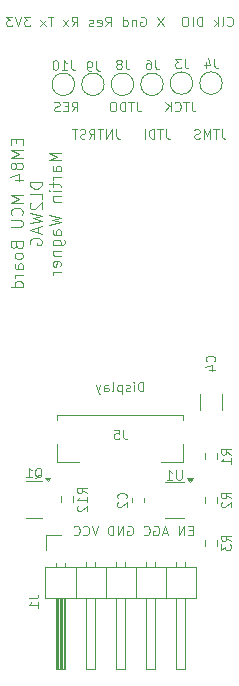
<source format=gbr>
%TF.GenerationSoftware,KiCad,Pcbnew,8.0.7-8.0.7-0~ubuntu22.04.1*%
%TF.CreationDate,2025-01-07T12:13:10+01:00*%
%TF.ProjectId,mcu_board,6d63755f-626f-4617-9264-2e6b69636164,rev?*%
%TF.SameCoordinates,Original*%
%TF.FileFunction,Legend,Bot*%
%TF.FilePolarity,Positive*%
%FSLAX46Y46*%
G04 Gerber Fmt 4.6, Leading zero omitted, Abs format (unit mm)*
G04 Created by KiCad (PCBNEW 8.0.7-8.0.7-0~ubuntu22.04.1) date 2025-01-07 12:13:10*
%MOMM*%
%LPD*%
G01*
G04 APERTURE LIST*
%ADD10C,0.100000*%
%ADD11C,0.120000*%
G04 APERTURE END LIST*
D10*
X159062306Y-52614177D02*
X159101830Y-52653701D01*
X159101830Y-52653701D02*
X159220401Y-52693224D01*
X159220401Y-52693224D02*
X159299449Y-52693224D01*
X159299449Y-52693224D02*
X159418020Y-52653701D01*
X159418020Y-52653701D02*
X159497068Y-52574653D01*
X159497068Y-52574653D02*
X159536591Y-52495605D01*
X159536591Y-52495605D02*
X159576115Y-52337510D01*
X159576115Y-52337510D02*
X159576115Y-52218939D01*
X159576115Y-52218939D02*
X159536591Y-52060843D01*
X159536591Y-52060843D02*
X159497068Y-51981796D01*
X159497068Y-51981796D02*
X159418020Y-51902748D01*
X159418020Y-51902748D02*
X159299449Y-51863224D01*
X159299449Y-51863224D02*
X159220401Y-51863224D01*
X159220401Y-51863224D02*
X159101830Y-51902748D01*
X159101830Y-51902748D02*
X159062306Y-51942272D01*
X158588020Y-52693224D02*
X158667068Y-52653701D01*
X158667068Y-52653701D02*
X158706591Y-52574653D01*
X158706591Y-52574653D02*
X158706591Y-51863224D01*
X158271829Y-52693224D02*
X158271829Y-51863224D01*
X158192782Y-52377034D02*
X157955639Y-52693224D01*
X157955639Y-52139891D02*
X158271829Y-52456081D01*
X156967543Y-52693224D02*
X156967543Y-51863224D01*
X156967543Y-51863224D02*
X156769924Y-51863224D01*
X156769924Y-51863224D02*
X156651353Y-51902748D01*
X156651353Y-51902748D02*
X156572305Y-51981796D01*
X156572305Y-51981796D02*
X156532782Y-52060843D01*
X156532782Y-52060843D02*
X156493258Y-52218939D01*
X156493258Y-52218939D02*
X156493258Y-52337510D01*
X156493258Y-52337510D02*
X156532782Y-52495605D01*
X156532782Y-52495605D02*
X156572305Y-52574653D01*
X156572305Y-52574653D02*
X156651353Y-52653701D01*
X156651353Y-52653701D02*
X156769924Y-52693224D01*
X156769924Y-52693224D02*
X156967543Y-52693224D01*
X156137543Y-52693224D02*
X156137543Y-51863224D01*
X155584210Y-51863224D02*
X155426115Y-51863224D01*
X155426115Y-51863224D02*
X155347067Y-51902748D01*
X155347067Y-51902748D02*
X155268020Y-51981796D01*
X155268020Y-51981796D02*
X155228496Y-52139891D01*
X155228496Y-52139891D02*
X155228496Y-52416558D01*
X155228496Y-52416558D02*
X155268020Y-52574653D01*
X155268020Y-52574653D02*
X155347067Y-52653701D01*
X155347067Y-52653701D02*
X155426115Y-52693224D01*
X155426115Y-52693224D02*
X155584210Y-52693224D01*
X155584210Y-52693224D02*
X155663258Y-52653701D01*
X155663258Y-52653701D02*
X155742305Y-52574653D01*
X155742305Y-52574653D02*
X155781829Y-52416558D01*
X155781829Y-52416558D02*
X155781829Y-52139891D01*
X155781829Y-52139891D02*
X155742305Y-51981796D01*
X155742305Y-51981796D02*
X155663258Y-51902748D01*
X155663258Y-51902748D02*
X155584210Y-51863224D01*
X153687067Y-51863224D02*
X153133734Y-52693224D01*
X153133734Y-51863224D02*
X153687067Y-52693224D01*
X151750401Y-51902748D02*
X151829448Y-51863224D01*
X151829448Y-51863224D02*
X151948020Y-51863224D01*
X151948020Y-51863224D02*
X152066591Y-51902748D01*
X152066591Y-51902748D02*
X152145639Y-51981796D01*
X152145639Y-51981796D02*
X152185162Y-52060843D01*
X152185162Y-52060843D02*
X152224686Y-52218939D01*
X152224686Y-52218939D02*
X152224686Y-52337510D01*
X152224686Y-52337510D02*
X152185162Y-52495605D01*
X152185162Y-52495605D02*
X152145639Y-52574653D01*
X152145639Y-52574653D02*
X152066591Y-52653701D01*
X152066591Y-52653701D02*
X151948020Y-52693224D01*
X151948020Y-52693224D02*
X151868972Y-52693224D01*
X151868972Y-52693224D02*
X151750401Y-52653701D01*
X151750401Y-52653701D02*
X151710877Y-52614177D01*
X151710877Y-52614177D02*
X151710877Y-52337510D01*
X151710877Y-52337510D02*
X151868972Y-52337510D01*
X151355162Y-52139891D02*
X151355162Y-52693224D01*
X151355162Y-52218939D02*
X151315639Y-52179415D01*
X151315639Y-52179415D02*
X151236591Y-52139891D01*
X151236591Y-52139891D02*
X151118020Y-52139891D01*
X151118020Y-52139891D02*
X151038972Y-52179415D01*
X151038972Y-52179415D02*
X150999448Y-52258462D01*
X150999448Y-52258462D02*
X150999448Y-52693224D01*
X150248496Y-52693224D02*
X150248496Y-51863224D01*
X150248496Y-52653701D02*
X150327544Y-52693224D01*
X150327544Y-52693224D02*
X150485639Y-52693224D01*
X150485639Y-52693224D02*
X150564687Y-52653701D01*
X150564687Y-52653701D02*
X150604210Y-52614177D01*
X150604210Y-52614177D02*
X150643734Y-52535129D01*
X150643734Y-52535129D02*
X150643734Y-52297986D01*
X150643734Y-52297986D02*
X150604210Y-52218939D01*
X150604210Y-52218939D02*
X150564687Y-52179415D01*
X150564687Y-52179415D02*
X150485639Y-52139891D01*
X150485639Y-52139891D02*
X150327544Y-52139891D01*
X150327544Y-52139891D02*
X150248496Y-52179415D01*
X148746592Y-52693224D02*
X149023258Y-52297986D01*
X149220877Y-52693224D02*
X149220877Y-51863224D01*
X149220877Y-51863224D02*
X148904687Y-51863224D01*
X148904687Y-51863224D02*
X148825639Y-51902748D01*
X148825639Y-51902748D02*
X148786116Y-51942272D01*
X148786116Y-51942272D02*
X148746592Y-52021320D01*
X148746592Y-52021320D02*
X148746592Y-52139891D01*
X148746592Y-52139891D02*
X148786116Y-52218939D01*
X148786116Y-52218939D02*
X148825639Y-52258462D01*
X148825639Y-52258462D02*
X148904687Y-52297986D01*
X148904687Y-52297986D02*
X149220877Y-52297986D01*
X148074687Y-52653701D02*
X148153735Y-52693224D01*
X148153735Y-52693224D02*
X148311830Y-52693224D01*
X148311830Y-52693224D02*
X148390877Y-52653701D01*
X148390877Y-52653701D02*
X148430401Y-52574653D01*
X148430401Y-52574653D02*
X148430401Y-52258462D01*
X148430401Y-52258462D02*
X148390877Y-52179415D01*
X148390877Y-52179415D02*
X148311830Y-52139891D01*
X148311830Y-52139891D02*
X148153735Y-52139891D01*
X148153735Y-52139891D02*
X148074687Y-52179415D01*
X148074687Y-52179415D02*
X148035163Y-52258462D01*
X148035163Y-52258462D02*
X148035163Y-52337510D01*
X148035163Y-52337510D02*
X148430401Y-52416558D01*
X147718972Y-52653701D02*
X147639925Y-52693224D01*
X147639925Y-52693224D02*
X147481829Y-52693224D01*
X147481829Y-52693224D02*
X147402782Y-52653701D01*
X147402782Y-52653701D02*
X147363258Y-52574653D01*
X147363258Y-52574653D02*
X147363258Y-52535129D01*
X147363258Y-52535129D02*
X147402782Y-52456081D01*
X147402782Y-52456081D02*
X147481829Y-52416558D01*
X147481829Y-52416558D02*
X147600401Y-52416558D01*
X147600401Y-52416558D02*
X147679448Y-52377034D01*
X147679448Y-52377034D02*
X147718972Y-52297986D01*
X147718972Y-52297986D02*
X147718972Y-52258462D01*
X147718972Y-52258462D02*
X147679448Y-52179415D01*
X147679448Y-52179415D02*
X147600401Y-52139891D01*
X147600401Y-52139891D02*
X147481829Y-52139891D01*
X147481829Y-52139891D02*
X147402782Y-52179415D01*
X145900877Y-52693224D02*
X146177543Y-52297986D01*
X146375162Y-52693224D02*
X146375162Y-51863224D01*
X146375162Y-51863224D02*
X146058972Y-51863224D01*
X146058972Y-51863224D02*
X145979924Y-51902748D01*
X145979924Y-51902748D02*
X145940401Y-51942272D01*
X145940401Y-51942272D02*
X145900877Y-52021320D01*
X145900877Y-52021320D02*
X145900877Y-52139891D01*
X145900877Y-52139891D02*
X145940401Y-52218939D01*
X145940401Y-52218939D02*
X145979924Y-52258462D01*
X145979924Y-52258462D02*
X146058972Y-52297986D01*
X146058972Y-52297986D02*
X146375162Y-52297986D01*
X145624210Y-52693224D02*
X145189448Y-52139891D01*
X145624210Y-52139891D02*
X145189448Y-52693224D01*
X144359448Y-51863224D02*
X143885162Y-51863224D01*
X144122305Y-52693224D02*
X144122305Y-51863224D01*
X143687543Y-52693224D02*
X143252781Y-52139891D01*
X143687543Y-52139891D02*
X143252781Y-52693224D01*
X142383257Y-51863224D02*
X141869448Y-51863224D01*
X141869448Y-51863224D02*
X142146114Y-52179415D01*
X142146114Y-52179415D02*
X142027543Y-52179415D01*
X142027543Y-52179415D02*
X141948495Y-52218939D01*
X141948495Y-52218939D02*
X141908971Y-52258462D01*
X141908971Y-52258462D02*
X141869448Y-52337510D01*
X141869448Y-52337510D02*
X141869448Y-52535129D01*
X141869448Y-52535129D02*
X141908971Y-52614177D01*
X141908971Y-52614177D02*
X141948495Y-52653701D01*
X141948495Y-52653701D02*
X142027543Y-52693224D01*
X142027543Y-52693224D02*
X142264686Y-52693224D01*
X142264686Y-52693224D02*
X142343733Y-52653701D01*
X142343733Y-52653701D02*
X142383257Y-52614177D01*
X141632305Y-51863224D02*
X141355638Y-52693224D01*
X141355638Y-52693224D02*
X141078972Y-51863224D01*
X140881352Y-51863224D02*
X140367543Y-51863224D01*
X140367543Y-51863224D02*
X140644209Y-52179415D01*
X140644209Y-52179415D02*
X140525638Y-52179415D01*
X140525638Y-52179415D02*
X140446590Y-52218939D01*
X140446590Y-52218939D02*
X140407066Y-52258462D01*
X140407066Y-52258462D02*
X140367543Y-52337510D01*
X140367543Y-52337510D02*
X140367543Y-52535129D01*
X140367543Y-52535129D02*
X140407066Y-52614177D01*
X140407066Y-52614177D02*
X140446590Y-52653701D01*
X140446590Y-52653701D02*
X140525638Y-52693224D01*
X140525638Y-52693224D02*
X140762781Y-52693224D01*
X140762781Y-52693224D02*
X140841828Y-52653701D01*
X140841828Y-52653701D02*
X140881352Y-52614177D01*
X141228721Y-62238095D02*
X141228721Y-62571428D01*
X141752531Y-62714285D02*
X141752531Y-62238095D01*
X141752531Y-62238095D02*
X140752531Y-62238095D01*
X140752531Y-62238095D02*
X140752531Y-62714285D01*
X141752531Y-63142857D02*
X140752531Y-63142857D01*
X140752531Y-63142857D02*
X141466816Y-63476190D01*
X141466816Y-63476190D02*
X140752531Y-63809523D01*
X140752531Y-63809523D02*
X141752531Y-63809523D01*
X141181102Y-64428571D02*
X141133483Y-64333333D01*
X141133483Y-64333333D02*
X141085864Y-64285714D01*
X141085864Y-64285714D02*
X140990626Y-64238095D01*
X140990626Y-64238095D02*
X140943007Y-64238095D01*
X140943007Y-64238095D02*
X140847769Y-64285714D01*
X140847769Y-64285714D02*
X140800150Y-64333333D01*
X140800150Y-64333333D02*
X140752531Y-64428571D01*
X140752531Y-64428571D02*
X140752531Y-64619047D01*
X140752531Y-64619047D02*
X140800150Y-64714285D01*
X140800150Y-64714285D02*
X140847769Y-64761904D01*
X140847769Y-64761904D02*
X140943007Y-64809523D01*
X140943007Y-64809523D02*
X140990626Y-64809523D01*
X140990626Y-64809523D02*
X141085864Y-64761904D01*
X141085864Y-64761904D02*
X141133483Y-64714285D01*
X141133483Y-64714285D02*
X141181102Y-64619047D01*
X141181102Y-64619047D02*
X141181102Y-64428571D01*
X141181102Y-64428571D02*
X141228721Y-64333333D01*
X141228721Y-64333333D02*
X141276340Y-64285714D01*
X141276340Y-64285714D02*
X141371578Y-64238095D01*
X141371578Y-64238095D02*
X141562054Y-64238095D01*
X141562054Y-64238095D02*
X141657292Y-64285714D01*
X141657292Y-64285714D02*
X141704912Y-64333333D01*
X141704912Y-64333333D02*
X141752531Y-64428571D01*
X141752531Y-64428571D02*
X141752531Y-64619047D01*
X141752531Y-64619047D02*
X141704912Y-64714285D01*
X141704912Y-64714285D02*
X141657292Y-64761904D01*
X141657292Y-64761904D02*
X141562054Y-64809523D01*
X141562054Y-64809523D02*
X141371578Y-64809523D01*
X141371578Y-64809523D02*
X141276340Y-64761904D01*
X141276340Y-64761904D02*
X141228721Y-64714285D01*
X141228721Y-64714285D02*
X141181102Y-64619047D01*
X141085864Y-65666666D02*
X141752531Y-65666666D01*
X140704912Y-65428571D02*
X141419197Y-65190476D01*
X141419197Y-65190476D02*
X141419197Y-65809523D01*
X141752531Y-66952381D02*
X140752531Y-66952381D01*
X140752531Y-66952381D02*
X141466816Y-67285714D01*
X141466816Y-67285714D02*
X140752531Y-67619047D01*
X140752531Y-67619047D02*
X141752531Y-67619047D01*
X141657292Y-68666666D02*
X141704912Y-68619047D01*
X141704912Y-68619047D02*
X141752531Y-68476190D01*
X141752531Y-68476190D02*
X141752531Y-68380952D01*
X141752531Y-68380952D02*
X141704912Y-68238095D01*
X141704912Y-68238095D02*
X141609673Y-68142857D01*
X141609673Y-68142857D02*
X141514435Y-68095238D01*
X141514435Y-68095238D02*
X141323959Y-68047619D01*
X141323959Y-68047619D02*
X141181102Y-68047619D01*
X141181102Y-68047619D02*
X140990626Y-68095238D01*
X140990626Y-68095238D02*
X140895388Y-68142857D01*
X140895388Y-68142857D02*
X140800150Y-68238095D01*
X140800150Y-68238095D02*
X140752531Y-68380952D01*
X140752531Y-68380952D02*
X140752531Y-68476190D01*
X140752531Y-68476190D02*
X140800150Y-68619047D01*
X140800150Y-68619047D02*
X140847769Y-68666666D01*
X140752531Y-69095238D02*
X141562054Y-69095238D01*
X141562054Y-69095238D02*
X141657292Y-69142857D01*
X141657292Y-69142857D02*
X141704912Y-69190476D01*
X141704912Y-69190476D02*
X141752531Y-69285714D01*
X141752531Y-69285714D02*
X141752531Y-69476190D01*
X141752531Y-69476190D02*
X141704912Y-69571428D01*
X141704912Y-69571428D02*
X141657292Y-69619047D01*
X141657292Y-69619047D02*
X141562054Y-69666666D01*
X141562054Y-69666666D02*
X140752531Y-69666666D01*
X141228721Y-71238095D02*
X141276340Y-71380952D01*
X141276340Y-71380952D02*
X141323959Y-71428571D01*
X141323959Y-71428571D02*
X141419197Y-71476190D01*
X141419197Y-71476190D02*
X141562054Y-71476190D01*
X141562054Y-71476190D02*
X141657292Y-71428571D01*
X141657292Y-71428571D02*
X141704912Y-71380952D01*
X141704912Y-71380952D02*
X141752531Y-71285714D01*
X141752531Y-71285714D02*
X141752531Y-70904762D01*
X141752531Y-70904762D02*
X140752531Y-70904762D01*
X140752531Y-70904762D02*
X140752531Y-71238095D01*
X140752531Y-71238095D02*
X140800150Y-71333333D01*
X140800150Y-71333333D02*
X140847769Y-71380952D01*
X140847769Y-71380952D02*
X140943007Y-71428571D01*
X140943007Y-71428571D02*
X141038245Y-71428571D01*
X141038245Y-71428571D02*
X141133483Y-71380952D01*
X141133483Y-71380952D02*
X141181102Y-71333333D01*
X141181102Y-71333333D02*
X141228721Y-71238095D01*
X141228721Y-71238095D02*
X141228721Y-70904762D01*
X141752531Y-72047619D02*
X141704912Y-71952381D01*
X141704912Y-71952381D02*
X141657292Y-71904762D01*
X141657292Y-71904762D02*
X141562054Y-71857143D01*
X141562054Y-71857143D02*
X141276340Y-71857143D01*
X141276340Y-71857143D02*
X141181102Y-71904762D01*
X141181102Y-71904762D02*
X141133483Y-71952381D01*
X141133483Y-71952381D02*
X141085864Y-72047619D01*
X141085864Y-72047619D02*
X141085864Y-72190476D01*
X141085864Y-72190476D02*
X141133483Y-72285714D01*
X141133483Y-72285714D02*
X141181102Y-72333333D01*
X141181102Y-72333333D02*
X141276340Y-72380952D01*
X141276340Y-72380952D02*
X141562054Y-72380952D01*
X141562054Y-72380952D02*
X141657292Y-72333333D01*
X141657292Y-72333333D02*
X141704912Y-72285714D01*
X141704912Y-72285714D02*
X141752531Y-72190476D01*
X141752531Y-72190476D02*
X141752531Y-72047619D01*
X141752531Y-73238095D02*
X141228721Y-73238095D01*
X141228721Y-73238095D02*
X141133483Y-73190476D01*
X141133483Y-73190476D02*
X141085864Y-73095238D01*
X141085864Y-73095238D02*
X141085864Y-72904762D01*
X141085864Y-72904762D02*
X141133483Y-72809524D01*
X141704912Y-73238095D02*
X141752531Y-73142857D01*
X141752531Y-73142857D02*
X141752531Y-72904762D01*
X141752531Y-72904762D02*
X141704912Y-72809524D01*
X141704912Y-72809524D02*
X141609673Y-72761905D01*
X141609673Y-72761905D02*
X141514435Y-72761905D01*
X141514435Y-72761905D02*
X141419197Y-72809524D01*
X141419197Y-72809524D02*
X141371578Y-72904762D01*
X141371578Y-72904762D02*
X141371578Y-73142857D01*
X141371578Y-73142857D02*
X141323959Y-73238095D01*
X141752531Y-73714286D02*
X141085864Y-73714286D01*
X141276340Y-73714286D02*
X141181102Y-73761905D01*
X141181102Y-73761905D02*
X141133483Y-73809524D01*
X141133483Y-73809524D02*
X141085864Y-73904762D01*
X141085864Y-73904762D02*
X141085864Y-74000000D01*
X141752531Y-74761905D02*
X140752531Y-74761905D01*
X141704912Y-74761905D02*
X141752531Y-74666667D01*
X141752531Y-74666667D02*
X141752531Y-74476191D01*
X141752531Y-74476191D02*
X141704912Y-74380953D01*
X141704912Y-74380953D02*
X141657292Y-74333334D01*
X141657292Y-74333334D02*
X141562054Y-74285715D01*
X141562054Y-74285715D02*
X141276340Y-74285715D01*
X141276340Y-74285715D02*
X141181102Y-74333334D01*
X141181102Y-74333334D02*
X141133483Y-74380953D01*
X141133483Y-74380953D02*
X141085864Y-74476191D01*
X141085864Y-74476191D02*
X141085864Y-74666667D01*
X141085864Y-74666667D02*
X141133483Y-74761905D01*
X143362475Y-65857143D02*
X142362475Y-65857143D01*
X142362475Y-65857143D02*
X142362475Y-66095238D01*
X142362475Y-66095238D02*
X142410094Y-66238095D01*
X142410094Y-66238095D02*
X142505332Y-66333333D01*
X142505332Y-66333333D02*
X142600570Y-66380952D01*
X142600570Y-66380952D02*
X142791046Y-66428571D01*
X142791046Y-66428571D02*
X142933903Y-66428571D01*
X142933903Y-66428571D02*
X143124379Y-66380952D01*
X143124379Y-66380952D02*
X143219617Y-66333333D01*
X143219617Y-66333333D02*
X143314856Y-66238095D01*
X143314856Y-66238095D02*
X143362475Y-66095238D01*
X143362475Y-66095238D02*
X143362475Y-65857143D01*
X143362475Y-67333333D02*
X143362475Y-66857143D01*
X143362475Y-66857143D02*
X142362475Y-66857143D01*
X142457713Y-67619048D02*
X142410094Y-67666667D01*
X142410094Y-67666667D02*
X142362475Y-67761905D01*
X142362475Y-67761905D02*
X142362475Y-68000000D01*
X142362475Y-68000000D02*
X142410094Y-68095238D01*
X142410094Y-68095238D02*
X142457713Y-68142857D01*
X142457713Y-68142857D02*
X142552951Y-68190476D01*
X142552951Y-68190476D02*
X142648189Y-68190476D01*
X142648189Y-68190476D02*
X142791046Y-68142857D01*
X142791046Y-68142857D02*
X143362475Y-67571429D01*
X143362475Y-67571429D02*
X143362475Y-68190476D01*
X142362475Y-68523810D02*
X143362475Y-68761905D01*
X143362475Y-68761905D02*
X142648189Y-68952381D01*
X142648189Y-68952381D02*
X143362475Y-69142857D01*
X143362475Y-69142857D02*
X142362475Y-69380953D01*
X143076760Y-69714286D02*
X143076760Y-70190476D01*
X143362475Y-69619048D02*
X142362475Y-69952381D01*
X142362475Y-69952381D02*
X143362475Y-70285714D01*
X142410094Y-71142857D02*
X142362475Y-71047619D01*
X142362475Y-71047619D02*
X142362475Y-70904762D01*
X142362475Y-70904762D02*
X142410094Y-70761905D01*
X142410094Y-70761905D02*
X142505332Y-70666667D01*
X142505332Y-70666667D02*
X142600570Y-70619048D01*
X142600570Y-70619048D02*
X142791046Y-70571429D01*
X142791046Y-70571429D02*
X142933903Y-70571429D01*
X142933903Y-70571429D02*
X143124379Y-70619048D01*
X143124379Y-70619048D02*
X143219617Y-70666667D01*
X143219617Y-70666667D02*
X143314856Y-70761905D01*
X143314856Y-70761905D02*
X143362475Y-70904762D01*
X143362475Y-70904762D02*
X143362475Y-71000000D01*
X143362475Y-71000000D02*
X143314856Y-71142857D01*
X143314856Y-71142857D02*
X143267236Y-71190476D01*
X143267236Y-71190476D02*
X142933903Y-71190476D01*
X142933903Y-71190476D02*
X142933903Y-71000000D01*
X144972419Y-63380952D02*
X143972419Y-63380952D01*
X143972419Y-63380952D02*
X144686704Y-63714285D01*
X144686704Y-63714285D02*
X143972419Y-64047618D01*
X143972419Y-64047618D02*
X144972419Y-64047618D01*
X144972419Y-64952380D02*
X144448609Y-64952380D01*
X144448609Y-64952380D02*
X144353371Y-64904761D01*
X144353371Y-64904761D02*
X144305752Y-64809523D01*
X144305752Y-64809523D02*
X144305752Y-64619047D01*
X144305752Y-64619047D02*
X144353371Y-64523809D01*
X144924800Y-64952380D02*
X144972419Y-64857142D01*
X144972419Y-64857142D02*
X144972419Y-64619047D01*
X144972419Y-64619047D02*
X144924800Y-64523809D01*
X144924800Y-64523809D02*
X144829561Y-64476190D01*
X144829561Y-64476190D02*
X144734323Y-64476190D01*
X144734323Y-64476190D02*
X144639085Y-64523809D01*
X144639085Y-64523809D02*
X144591466Y-64619047D01*
X144591466Y-64619047D02*
X144591466Y-64857142D01*
X144591466Y-64857142D02*
X144543847Y-64952380D01*
X144972419Y-65428571D02*
X144305752Y-65428571D01*
X144496228Y-65428571D02*
X144400990Y-65476190D01*
X144400990Y-65476190D02*
X144353371Y-65523809D01*
X144353371Y-65523809D02*
X144305752Y-65619047D01*
X144305752Y-65619047D02*
X144305752Y-65714285D01*
X144305752Y-65904762D02*
X144305752Y-66285714D01*
X143972419Y-66047619D02*
X144829561Y-66047619D01*
X144829561Y-66047619D02*
X144924800Y-66095238D01*
X144924800Y-66095238D02*
X144972419Y-66190476D01*
X144972419Y-66190476D02*
X144972419Y-66285714D01*
X144972419Y-66619048D02*
X144305752Y-66619048D01*
X143972419Y-66619048D02*
X144020038Y-66571429D01*
X144020038Y-66571429D02*
X144067657Y-66619048D01*
X144067657Y-66619048D02*
X144020038Y-66666667D01*
X144020038Y-66666667D02*
X143972419Y-66619048D01*
X143972419Y-66619048D02*
X144067657Y-66619048D01*
X144305752Y-67095238D02*
X144972419Y-67095238D01*
X144400990Y-67095238D02*
X144353371Y-67142857D01*
X144353371Y-67142857D02*
X144305752Y-67238095D01*
X144305752Y-67238095D02*
X144305752Y-67380952D01*
X144305752Y-67380952D02*
X144353371Y-67476190D01*
X144353371Y-67476190D02*
X144448609Y-67523809D01*
X144448609Y-67523809D02*
X144972419Y-67523809D01*
X143972419Y-68666667D02*
X144972419Y-68904762D01*
X144972419Y-68904762D02*
X144258133Y-69095238D01*
X144258133Y-69095238D02*
X144972419Y-69285714D01*
X144972419Y-69285714D02*
X143972419Y-69523810D01*
X144972419Y-70333333D02*
X144448609Y-70333333D01*
X144448609Y-70333333D02*
X144353371Y-70285714D01*
X144353371Y-70285714D02*
X144305752Y-70190476D01*
X144305752Y-70190476D02*
X144305752Y-70000000D01*
X144305752Y-70000000D02*
X144353371Y-69904762D01*
X144924800Y-70333333D02*
X144972419Y-70238095D01*
X144972419Y-70238095D02*
X144972419Y-70000000D01*
X144972419Y-70000000D02*
X144924800Y-69904762D01*
X144924800Y-69904762D02*
X144829561Y-69857143D01*
X144829561Y-69857143D02*
X144734323Y-69857143D01*
X144734323Y-69857143D02*
X144639085Y-69904762D01*
X144639085Y-69904762D02*
X144591466Y-70000000D01*
X144591466Y-70000000D02*
X144591466Y-70238095D01*
X144591466Y-70238095D02*
X144543847Y-70333333D01*
X144305752Y-71238095D02*
X145115276Y-71238095D01*
X145115276Y-71238095D02*
X145210514Y-71190476D01*
X145210514Y-71190476D02*
X145258133Y-71142857D01*
X145258133Y-71142857D02*
X145305752Y-71047619D01*
X145305752Y-71047619D02*
X145305752Y-70904762D01*
X145305752Y-70904762D02*
X145258133Y-70809524D01*
X144924800Y-71238095D02*
X144972419Y-71142857D01*
X144972419Y-71142857D02*
X144972419Y-70952381D01*
X144972419Y-70952381D02*
X144924800Y-70857143D01*
X144924800Y-70857143D02*
X144877180Y-70809524D01*
X144877180Y-70809524D02*
X144781942Y-70761905D01*
X144781942Y-70761905D02*
X144496228Y-70761905D01*
X144496228Y-70761905D02*
X144400990Y-70809524D01*
X144400990Y-70809524D02*
X144353371Y-70857143D01*
X144353371Y-70857143D02*
X144305752Y-70952381D01*
X144305752Y-70952381D02*
X144305752Y-71142857D01*
X144305752Y-71142857D02*
X144353371Y-71238095D01*
X144305752Y-71714286D02*
X144972419Y-71714286D01*
X144400990Y-71714286D02*
X144353371Y-71761905D01*
X144353371Y-71761905D02*
X144305752Y-71857143D01*
X144305752Y-71857143D02*
X144305752Y-72000000D01*
X144305752Y-72000000D02*
X144353371Y-72095238D01*
X144353371Y-72095238D02*
X144448609Y-72142857D01*
X144448609Y-72142857D02*
X144972419Y-72142857D01*
X144924800Y-73000000D02*
X144972419Y-72904762D01*
X144972419Y-72904762D02*
X144972419Y-72714286D01*
X144972419Y-72714286D02*
X144924800Y-72619048D01*
X144924800Y-72619048D02*
X144829561Y-72571429D01*
X144829561Y-72571429D02*
X144448609Y-72571429D01*
X144448609Y-72571429D02*
X144353371Y-72619048D01*
X144353371Y-72619048D02*
X144305752Y-72714286D01*
X144305752Y-72714286D02*
X144305752Y-72904762D01*
X144305752Y-72904762D02*
X144353371Y-73000000D01*
X144353371Y-73000000D02*
X144448609Y-73047619D01*
X144448609Y-73047619D02*
X144543847Y-73047619D01*
X144543847Y-73047619D02*
X144639085Y-72571429D01*
X144972419Y-73476191D02*
X144305752Y-73476191D01*
X144496228Y-73476191D02*
X144400990Y-73523810D01*
X144400990Y-73523810D02*
X144353371Y-73571429D01*
X144353371Y-73571429D02*
X144305752Y-73666667D01*
X144305752Y-73666667D02*
X144305752Y-73761905D01*
X156077067Y-59096895D02*
X156077067Y-59668323D01*
X156077067Y-59668323D02*
X156115162Y-59782609D01*
X156115162Y-59782609D02*
X156191353Y-59858800D01*
X156191353Y-59858800D02*
X156305638Y-59896895D01*
X156305638Y-59896895D02*
X156381829Y-59896895D01*
X155810400Y-59096895D02*
X155353257Y-59096895D01*
X155581829Y-59896895D02*
X155581829Y-59096895D01*
X154629447Y-59820704D02*
X154667543Y-59858800D01*
X154667543Y-59858800D02*
X154781828Y-59896895D01*
X154781828Y-59896895D02*
X154858019Y-59896895D01*
X154858019Y-59896895D02*
X154972305Y-59858800D01*
X154972305Y-59858800D02*
X155048495Y-59782609D01*
X155048495Y-59782609D02*
X155086590Y-59706419D01*
X155086590Y-59706419D02*
X155124686Y-59554038D01*
X155124686Y-59554038D02*
X155124686Y-59439752D01*
X155124686Y-59439752D02*
X155086590Y-59287371D01*
X155086590Y-59287371D02*
X155048495Y-59211180D01*
X155048495Y-59211180D02*
X154972305Y-59134990D01*
X154972305Y-59134990D02*
X154858019Y-59096895D01*
X154858019Y-59096895D02*
X154781828Y-59096895D01*
X154781828Y-59096895D02*
X154667543Y-59134990D01*
X154667543Y-59134990D02*
X154629447Y-59173085D01*
X154286590Y-59896895D02*
X154286590Y-59096895D01*
X153829447Y-59896895D02*
X154172305Y-59439752D01*
X153829447Y-59096895D02*
X154286590Y-59554038D01*
X151429447Y-59096895D02*
X151429447Y-59668323D01*
X151429447Y-59668323D02*
X151467542Y-59782609D01*
X151467542Y-59782609D02*
X151543733Y-59858800D01*
X151543733Y-59858800D02*
X151658018Y-59896895D01*
X151658018Y-59896895D02*
X151734209Y-59896895D01*
X151162780Y-59096895D02*
X150705637Y-59096895D01*
X150934209Y-59896895D02*
X150934209Y-59096895D01*
X150438970Y-59896895D02*
X150438970Y-59096895D01*
X150438970Y-59096895D02*
X150248494Y-59096895D01*
X150248494Y-59096895D02*
X150134208Y-59134990D01*
X150134208Y-59134990D02*
X150058018Y-59211180D01*
X150058018Y-59211180D02*
X150019923Y-59287371D01*
X150019923Y-59287371D02*
X149981827Y-59439752D01*
X149981827Y-59439752D02*
X149981827Y-59554038D01*
X149981827Y-59554038D02*
X150019923Y-59706419D01*
X150019923Y-59706419D02*
X150058018Y-59782609D01*
X150058018Y-59782609D02*
X150134208Y-59858800D01*
X150134208Y-59858800D02*
X150248494Y-59896895D01*
X150248494Y-59896895D02*
X150438970Y-59896895D01*
X149486589Y-59096895D02*
X149334208Y-59096895D01*
X149334208Y-59096895D02*
X149258018Y-59134990D01*
X149258018Y-59134990D02*
X149181827Y-59211180D01*
X149181827Y-59211180D02*
X149143732Y-59363561D01*
X149143732Y-59363561D02*
X149143732Y-59630228D01*
X149143732Y-59630228D02*
X149181827Y-59782609D01*
X149181827Y-59782609D02*
X149258018Y-59858800D01*
X149258018Y-59858800D02*
X149334208Y-59896895D01*
X149334208Y-59896895D02*
X149486589Y-59896895D01*
X149486589Y-59896895D02*
X149562780Y-59858800D01*
X149562780Y-59858800D02*
X149638970Y-59782609D01*
X149638970Y-59782609D02*
X149677066Y-59630228D01*
X149677066Y-59630228D02*
X149677066Y-59363561D01*
X149677066Y-59363561D02*
X149638970Y-59211180D01*
X149638970Y-59211180D02*
X149562780Y-59134990D01*
X149562780Y-59134990D02*
X149486589Y-59096895D01*
X145905636Y-59896895D02*
X146172303Y-59515942D01*
X146362779Y-59896895D02*
X146362779Y-59096895D01*
X146362779Y-59096895D02*
X146058017Y-59096895D01*
X146058017Y-59096895D02*
X145981827Y-59134990D01*
X145981827Y-59134990D02*
X145943732Y-59173085D01*
X145943732Y-59173085D02*
X145905636Y-59249276D01*
X145905636Y-59249276D02*
X145905636Y-59363561D01*
X145905636Y-59363561D02*
X145943732Y-59439752D01*
X145943732Y-59439752D02*
X145981827Y-59477847D01*
X145981827Y-59477847D02*
X146058017Y-59515942D01*
X146058017Y-59515942D02*
X146362779Y-59515942D01*
X145562779Y-59477847D02*
X145296113Y-59477847D01*
X145181827Y-59896895D02*
X145562779Y-59896895D01*
X145562779Y-59896895D02*
X145562779Y-59096895D01*
X145562779Y-59096895D02*
X145181827Y-59096895D01*
X144877065Y-59858800D02*
X144762779Y-59896895D01*
X144762779Y-59896895D02*
X144572303Y-59896895D01*
X144572303Y-59896895D02*
X144496112Y-59858800D01*
X144496112Y-59858800D02*
X144458017Y-59820704D01*
X144458017Y-59820704D02*
X144419922Y-59744514D01*
X144419922Y-59744514D02*
X144419922Y-59668323D01*
X144419922Y-59668323D02*
X144458017Y-59592133D01*
X144458017Y-59592133D02*
X144496112Y-59554038D01*
X144496112Y-59554038D02*
X144572303Y-59515942D01*
X144572303Y-59515942D02*
X144724684Y-59477847D01*
X144724684Y-59477847D02*
X144800874Y-59439752D01*
X144800874Y-59439752D02*
X144838969Y-59401657D01*
X144838969Y-59401657D02*
X144877065Y-59325466D01*
X144877065Y-59325466D02*
X144877065Y-59249276D01*
X144877065Y-59249276D02*
X144838969Y-59173085D01*
X144838969Y-59173085D02*
X144800874Y-59134990D01*
X144800874Y-59134990D02*
X144724684Y-59096895D01*
X144724684Y-59096895D02*
X144534207Y-59096895D01*
X144534207Y-59096895D02*
X144419922Y-59134990D01*
X156143734Y-95377847D02*
X155877068Y-95377847D01*
X155762782Y-95796895D02*
X156143734Y-95796895D01*
X156143734Y-95796895D02*
X156143734Y-94996895D01*
X156143734Y-94996895D02*
X155762782Y-94996895D01*
X155419924Y-95796895D02*
X155419924Y-94996895D01*
X155419924Y-94996895D02*
X154962781Y-95796895D01*
X154962781Y-95796895D02*
X154962781Y-94996895D01*
X154010401Y-95568323D02*
X153629448Y-95568323D01*
X154086591Y-95796895D02*
X153819924Y-94996895D01*
X153819924Y-94996895D02*
X153553258Y-95796895D01*
X152867544Y-95034990D02*
X152943734Y-94996895D01*
X152943734Y-94996895D02*
X153058020Y-94996895D01*
X153058020Y-94996895D02*
X153172306Y-95034990D01*
X153172306Y-95034990D02*
X153248496Y-95111180D01*
X153248496Y-95111180D02*
X153286591Y-95187371D01*
X153286591Y-95187371D02*
X153324687Y-95339752D01*
X153324687Y-95339752D02*
X153324687Y-95454038D01*
X153324687Y-95454038D02*
X153286591Y-95606419D01*
X153286591Y-95606419D02*
X153248496Y-95682609D01*
X153248496Y-95682609D02*
X153172306Y-95758800D01*
X153172306Y-95758800D02*
X153058020Y-95796895D01*
X153058020Y-95796895D02*
X152981829Y-95796895D01*
X152981829Y-95796895D02*
X152867544Y-95758800D01*
X152867544Y-95758800D02*
X152829448Y-95720704D01*
X152829448Y-95720704D02*
X152829448Y-95454038D01*
X152829448Y-95454038D02*
X152981829Y-95454038D01*
X152029448Y-95720704D02*
X152067544Y-95758800D01*
X152067544Y-95758800D02*
X152181829Y-95796895D01*
X152181829Y-95796895D02*
X152258020Y-95796895D01*
X152258020Y-95796895D02*
X152372306Y-95758800D01*
X152372306Y-95758800D02*
X152448496Y-95682609D01*
X152448496Y-95682609D02*
X152486591Y-95606419D01*
X152486591Y-95606419D02*
X152524687Y-95454038D01*
X152524687Y-95454038D02*
X152524687Y-95339752D01*
X152524687Y-95339752D02*
X152486591Y-95187371D01*
X152486591Y-95187371D02*
X152448496Y-95111180D01*
X152448496Y-95111180D02*
X152372306Y-95034990D01*
X152372306Y-95034990D02*
X152258020Y-94996895D01*
X152258020Y-94996895D02*
X152181829Y-94996895D01*
X152181829Y-94996895D02*
X152067544Y-95034990D01*
X152067544Y-95034990D02*
X152029448Y-95073085D01*
X150658020Y-95034990D02*
X150734210Y-94996895D01*
X150734210Y-94996895D02*
X150848496Y-94996895D01*
X150848496Y-94996895D02*
X150962782Y-95034990D01*
X150962782Y-95034990D02*
X151038972Y-95111180D01*
X151038972Y-95111180D02*
X151077067Y-95187371D01*
X151077067Y-95187371D02*
X151115163Y-95339752D01*
X151115163Y-95339752D02*
X151115163Y-95454038D01*
X151115163Y-95454038D02*
X151077067Y-95606419D01*
X151077067Y-95606419D02*
X151038972Y-95682609D01*
X151038972Y-95682609D02*
X150962782Y-95758800D01*
X150962782Y-95758800D02*
X150848496Y-95796895D01*
X150848496Y-95796895D02*
X150772305Y-95796895D01*
X150772305Y-95796895D02*
X150658020Y-95758800D01*
X150658020Y-95758800D02*
X150619924Y-95720704D01*
X150619924Y-95720704D02*
X150619924Y-95454038D01*
X150619924Y-95454038D02*
X150772305Y-95454038D01*
X150277067Y-95796895D02*
X150277067Y-94996895D01*
X150277067Y-94996895D02*
X149819924Y-95796895D01*
X149819924Y-95796895D02*
X149819924Y-94996895D01*
X149438972Y-95796895D02*
X149438972Y-94996895D01*
X149438972Y-94996895D02*
X149248496Y-94996895D01*
X149248496Y-94996895D02*
X149134210Y-95034990D01*
X149134210Y-95034990D02*
X149058020Y-95111180D01*
X149058020Y-95111180D02*
X149019925Y-95187371D01*
X149019925Y-95187371D02*
X148981829Y-95339752D01*
X148981829Y-95339752D02*
X148981829Y-95454038D01*
X148981829Y-95454038D02*
X149019925Y-95606419D01*
X149019925Y-95606419D02*
X149058020Y-95682609D01*
X149058020Y-95682609D02*
X149134210Y-95758800D01*
X149134210Y-95758800D02*
X149248496Y-95796895D01*
X149248496Y-95796895D02*
X149438972Y-95796895D01*
X148143734Y-94996895D02*
X147877067Y-95796895D01*
X147877067Y-95796895D02*
X147610401Y-94996895D01*
X146886591Y-95720704D02*
X146924687Y-95758800D01*
X146924687Y-95758800D02*
X147038972Y-95796895D01*
X147038972Y-95796895D02*
X147115163Y-95796895D01*
X147115163Y-95796895D02*
X147229449Y-95758800D01*
X147229449Y-95758800D02*
X147305639Y-95682609D01*
X147305639Y-95682609D02*
X147343734Y-95606419D01*
X147343734Y-95606419D02*
X147381830Y-95454038D01*
X147381830Y-95454038D02*
X147381830Y-95339752D01*
X147381830Y-95339752D02*
X147343734Y-95187371D01*
X147343734Y-95187371D02*
X147305639Y-95111180D01*
X147305639Y-95111180D02*
X147229449Y-95034990D01*
X147229449Y-95034990D02*
X147115163Y-94996895D01*
X147115163Y-94996895D02*
X147038972Y-94996895D01*
X147038972Y-94996895D02*
X146924687Y-95034990D01*
X146924687Y-95034990D02*
X146886591Y-95073085D01*
X146086591Y-95720704D02*
X146124687Y-95758800D01*
X146124687Y-95758800D02*
X146238972Y-95796895D01*
X146238972Y-95796895D02*
X146315163Y-95796895D01*
X146315163Y-95796895D02*
X146429449Y-95758800D01*
X146429449Y-95758800D02*
X146505639Y-95682609D01*
X146505639Y-95682609D02*
X146543734Y-95606419D01*
X146543734Y-95606419D02*
X146581830Y-95454038D01*
X146581830Y-95454038D02*
X146581830Y-95339752D01*
X146581830Y-95339752D02*
X146543734Y-95187371D01*
X146543734Y-95187371D02*
X146505639Y-95111180D01*
X146505639Y-95111180D02*
X146429449Y-95034990D01*
X146429449Y-95034990D02*
X146315163Y-94996895D01*
X146315163Y-94996895D02*
X146238972Y-94996895D01*
X146238972Y-94996895D02*
X146124687Y-95034990D01*
X146124687Y-95034990D02*
X146086591Y-95073085D01*
X158615163Y-61396895D02*
X158615163Y-61968323D01*
X158615163Y-61968323D02*
X158653258Y-62082609D01*
X158653258Y-62082609D02*
X158729449Y-62158800D01*
X158729449Y-62158800D02*
X158843734Y-62196895D01*
X158843734Y-62196895D02*
X158919925Y-62196895D01*
X158348496Y-61396895D02*
X157891353Y-61396895D01*
X158119925Y-62196895D02*
X158119925Y-61396895D01*
X157624686Y-62196895D02*
X157624686Y-61396895D01*
X157624686Y-61396895D02*
X157358020Y-61968323D01*
X157358020Y-61968323D02*
X157091353Y-61396895D01*
X157091353Y-61396895D02*
X157091353Y-62196895D01*
X156748496Y-62158800D02*
X156634210Y-62196895D01*
X156634210Y-62196895D02*
X156443734Y-62196895D01*
X156443734Y-62196895D02*
X156367543Y-62158800D01*
X156367543Y-62158800D02*
X156329448Y-62120704D01*
X156329448Y-62120704D02*
X156291353Y-62044514D01*
X156291353Y-62044514D02*
X156291353Y-61968323D01*
X156291353Y-61968323D02*
X156329448Y-61892133D01*
X156329448Y-61892133D02*
X156367543Y-61854038D01*
X156367543Y-61854038D02*
X156443734Y-61815942D01*
X156443734Y-61815942D02*
X156596115Y-61777847D01*
X156596115Y-61777847D02*
X156672305Y-61739752D01*
X156672305Y-61739752D02*
X156710400Y-61701657D01*
X156710400Y-61701657D02*
X156748496Y-61625466D01*
X156748496Y-61625466D02*
X156748496Y-61549276D01*
X156748496Y-61549276D02*
X156710400Y-61473085D01*
X156710400Y-61473085D02*
X156672305Y-61434990D01*
X156672305Y-61434990D02*
X156596115Y-61396895D01*
X156596115Y-61396895D02*
X156405638Y-61396895D01*
X156405638Y-61396895D02*
X156291353Y-61434990D01*
X153891352Y-61396895D02*
X153891352Y-61968323D01*
X153891352Y-61968323D02*
X153929447Y-62082609D01*
X153929447Y-62082609D02*
X154005638Y-62158800D01*
X154005638Y-62158800D02*
X154119923Y-62196895D01*
X154119923Y-62196895D02*
X154196114Y-62196895D01*
X153624685Y-61396895D02*
X153167542Y-61396895D01*
X153396114Y-62196895D02*
X153396114Y-61396895D01*
X152900875Y-62196895D02*
X152900875Y-61396895D01*
X152900875Y-61396895D02*
X152710399Y-61396895D01*
X152710399Y-61396895D02*
X152596113Y-61434990D01*
X152596113Y-61434990D02*
X152519923Y-61511180D01*
X152519923Y-61511180D02*
X152481828Y-61587371D01*
X152481828Y-61587371D02*
X152443732Y-61739752D01*
X152443732Y-61739752D02*
X152443732Y-61854038D01*
X152443732Y-61854038D02*
X152481828Y-62006419D01*
X152481828Y-62006419D02*
X152519923Y-62082609D01*
X152519923Y-62082609D02*
X152596113Y-62158800D01*
X152596113Y-62158800D02*
X152710399Y-62196895D01*
X152710399Y-62196895D02*
X152900875Y-62196895D01*
X152100875Y-62196895D02*
X152100875Y-61396895D01*
X149662780Y-61396895D02*
X149662780Y-61968323D01*
X149662780Y-61968323D02*
X149700875Y-62082609D01*
X149700875Y-62082609D02*
X149777066Y-62158800D01*
X149777066Y-62158800D02*
X149891351Y-62196895D01*
X149891351Y-62196895D02*
X149967542Y-62196895D01*
X149281827Y-62196895D02*
X149281827Y-61396895D01*
X149281827Y-61396895D02*
X148824684Y-62196895D01*
X148824684Y-62196895D02*
X148824684Y-61396895D01*
X148558018Y-61396895D02*
X148100875Y-61396895D01*
X148329447Y-62196895D02*
X148329447Y-61396895D01*
X147377065Y-62196895D02*
X147643732Y-61815942D01*
X147834208Y-62196895D02*
X147834208Y-61396895D01*
X147834208Y-61396895D02*
X147529446Y-61396895D01*
X147529446Y-61396895D02*
X147453256Y-61434990D01*
X147453256Y-61434990D02*
X147415161Y-61473085D01*
X147415161Y-61473085D02*
X147377065Y-61549276D01*
X147377065Y-61549276D02*
X147377065Y-61663561D01*
X147377065Y-61663561D02*
X147415161Y-61739752D01*
X147415161Y-61739752D02*
X147453256Y-61777847D01*
X147453256Y-61777847D02*
X147529446Y-61815942D01*
X147529446Y-61815942D02*
X147834208Y-61815942D01*
X147072304Y-62158800D02*
X146958018Y-62196895D01*
X146958018Y-62196895D02*
X146767542Y-62196895D01*
X146767542Y-62196895D02*
X146691351Y-62158800D01*
X146691351Y-62158800D02*
X146653256Y-62120704D01*
X146653256Y-62120704D02*
X146615161Y-62044514D01*
X146615161Y-62044514D02*
X146615161Y-61968323D01*
X146615161Y-61968323D02*
X146653256Y-61892133D01*
X146653256Y-61892133D02*
X146691351Y-61854038D01*
X146691351Y-61854038D02*
X146767542Y-61815942D01*
X146767542Y-61815942D02*
X146919923Y-61777847D01*
X146919923Y-61777847D02*
X146996113Y-61739752D01*
X146996113Y-61739752D02*
X147034208Y-61701657D01*
X147034208Y-61701657D02*
X147072304Y-61625466D01*
X147072304Y-61625466D02*
X147072304Y-61549276D01*
X147072304Y-61549276D02*
X147034208Y-61473085D01*
X147034208Y-61473085D02*
X146996113Y-61434990D01*
X146996113Y-61434990D02*
X146919923Y-61396895D01*
X146919923Y-61396895D02*
X146729446Y-61396895D01*
X146729446Y-61396895D02*
X146615161Y-61434990D01*
X146386589Y-61396895D02*
X145929446Y-61396895D01*
X146158018Y-62196895D02*
X146158018Y-61396895D01*
X151961904Y-83596895D02*
X151961904Y-82796895D01*
X151961904Y-82796895D02*
X151771428Y-82796895D01*
X151771428Y-82796895D02*
X151657142Y-82834990D01*
X151657142Y-82834990D02*
X151580952Y-82911180D01*
X151580952Y-82911180D02*
X151542857Y-82987371D01*
X151542857Y-82987371D02*
X151504761Y-83139752D01*
X151504761Y-83139752D02*
X151504761Y-83254038D01*
X151504761Y-83254038D02*
X151542857Y-83406419D01*
X151542857Y-83406419D02*
X151580952Y-83482609D01*
X151580952Y-83482609D02*
X151657142Y-83558800D01*
X151657142Y-83558800D02*
X151771428Y-83596895D01*
X151771428Y-83596895D02*
X151961904Y-83596895D01*
X151161904Y-83596895D02*
X151161904Y-83063561D01*
X151161904Y-82796895D02*
X151200000Y-82834990D01*
X151200000Y-82834990D02*
X151161904Y-82873085D01*
X151161904Y-82873085D02*
X151123809Y-82834990D01*
X151123809Y-82834990D02*
X151161904Y-82796895D01*
X151161904Y-82796895D02*
X151161904Y-82873085D01*
X150819048Y-83558800D02*
X150742857Y-83596895D01*
X150742857Y-83596895D02*
X150590476Y-83596895D01*
X150590476Y-83596895D02*
X150514286Y-83558800D01*
X150514286Y-83558800D02*
X150476190Y-83482609D01*
X150476190Y-83482609D02*
X150476190Y-83444514D01*
X150476190Y-83444514D02*
X150514286Y-83368323D01*
X150514286Y-83368323D02*
X150590476Y-83330228D01*
X150590476Y-83330228D02*
X150704762Y-83330228D01*
X150704762Y-83330228D02*
X150780952Y-83292133D01*
X150780952Y-83292133D02*
X150819048Y-83215942D01*
X150819048Y-83215942D02*
X150819048Y-83177847D01*
X150819048Y-83177847D02*
X150780952Y-83101657D01*
X150780952Y-83101657D02*
X150704762Y-83063561D01*
X150704762Y-83063561D02*
X150590476Y-83063561D01*
X150590476Y-83063561D02*
X150514286Y-83101657D01*
X150133333Y-83063561D02*
X150133333Y-83863561D01*
X150133333Y-83101657D02*
X150057143Y-83063561D01*
X150057143Y-83063561D02*
X149904762Y-83063561D01*
X149904762Y-83063561D02*
X149828571Y-83101657D01*
X149828571Y-83101657D02*
X149790476Y-83139752D01*
X149790476Y-83139752D02*
X149752381Y-83215942D01*
X149752381Y-83215942D02*
X149752381Y-83444514D01*
X149752381Y-83444514D02*
X149790476Y-83520704D01*
X149790476Y-83520704D02*
X149828571Y-83558800D01*
X149828571Y-83558800D02*
X149904762Y-83596895D01*
X149904762Y-83596895D02*
X150057143Y-83596895D01*
X150057143Y-83596895D02*
X150133333Y-83558800D01*
X149295238Y-83596895D02*
X149371428Y-83558800D01*
X149371428Y-83558800D02*
X149409523Y-83482609D01*
X149409523Y-83482609D02*
X149409523Y-82796895D01*
X148647618Y-83596895D02*
X148647618Y-83177847D01*
X148647618Y-83177847D02*
X148685713Y-83101657D01*
X148685713Y-83101657D02*
X148761904Y-83063561D01*
X148761904Y-83063561D02*
X148914285Y-83063561D01*
X148914285Y-83063561D02*
X148990475Y-83101657D01*
X148647618Y-83558800D02*
X148723809Y-83596895D01*
X148723809Y-83596895D02*
X148914285Y-83596895D01*
X148914285Y-83596895D02*
X148990475Y-83558800D01*
X148990475Y-83558800D02*
X149028571Y-83482609D01*
X149028571Y-83482609D02*
X149028571Y-83406419D01*
X149028571Y-83406419D02*
X148990475Y-83330228D01*
X148990475Y-83330228D02*
X148914285Y-83292133D01*
X148914285Y-83292133D02*
X148723809Y-83292133D01*
X148723809Y-83292133D02*
X148647618Y-83254038D01*
X148342856Y-83063561D02*
X148152380Y-83596895D01*
X147961903Y-83063561D02*
X148152380Y-83596895D01*
X148152380Y-83596895D02*
X148228570Y-83787371D01*
X148228570Y-83787371D02*
X148266665Y-83825466D01*
X148266665Y-83825466D02*
X148342856Y-83863561D01*
X159364895Y-96266667D02*
X158983942Y-96000000D01*
X159364895Y-95809524D02*
X158564895Y-95809524D01*
X158564895Y-95809524D02*
X158564895Y-96114286D01*
X158564895Y-96114286D02*
X158602990Y-96190476D01*
X158602990Y-96190476D02*
X158641085Y-96228571D01*
X158641085Y-96228571D02*
X158717276Y-96266667D01*
X158717276Y-96266667D02*
X158831561Y-96266667D01*
X158831561Y-96266667D02*
X158907752Y-96228571D01*
X158907752Y-96228571D02*
X158945847Y-96190476D01*
X158945847Y-96190476D02*
X158983942Y-96114286D01*
X158983942Y-96114286D02*
X158983942Y-95809524D01*
X158564895Y-96533333D02*
X158564895Y-97028571D01*
X158564895Y-97028571D02*
X158869657Y-96761905D01*
X158869657Y-96761905D02*
X158869657Y-96876190D01*
X158869657Y-96876190D02*
X158907752Y-96952381D01*
X158907752Y-96952381D02*
X158945847Y-96990476D01*
X158945847Y-96990476D02*
X159022038Y-97028571D01*
X159022038Y-97028571D02*
X159212514Y-97028571D01*
X159212514Y-97028571D02*
X159288704Y-96990476D01*
X159288704Y-96990476D02*
X159326800Y-96952381D01*
X159326800Y-96952381D02*
X159364895Y-96876190D01*
X159364895Y-96876190D02*
X159364895Y-96647619D01*
X159364895Y-96647619D02*
X159326800Y-96571428D01*
X159326800Y-96571428D02*
X159288704Y-96533333D01*
X155466666Y-55416895D02*
X155466666Y-55988323D01*
X155466666Y-55988323D02*
X155504761Y-56102609D01*
X155504761Y-56102609D02*
X155580952Y-56178800D01*
X155580952Y-56178800D02*
X155695237Y-56216895D01*
X155695237Y-56216895D02*
X155771428Y-56216895D01*
X155161904Y-55416895D02*
X154666666Y-55416895D01*
X154666666Y-55416895D02*
X154933332Y-55721657D01*
X154933332Y-55721657D02*
X154819047Y-55721657D01*
X154819047Y-55721657D02*
X154742856Y-55759752D01*
X154742856Y-55759752D02*
X154704761Y-55797847D01*
X154704761Y-55797847D02*
X154666666Y-55874038D01*
X154666666Y-55874038D02*
X154666666Y-56064514D01*
X154666666Y-56064514D02*
X154704761Y-56140704D01*
X154704761Y-56140704D02*
X154742856Y-56178800D01*
X154742856Y-56178800D02*
X154819047Y-56216895D01*
X154819047Y-56216895D02*
X155047618Y-56216895D01*
X155047618Y-56216895D02*
X155123809Y-56178800D01*
X155123809Y-56178800D02*
X155161904Y-56140704D01*
X145847619Y-55564895D02*
X145847619Y-56136323D01*
X145847619Y-56136323D02*
X145885714Y-56250609D01*
X145885714Y-56250609D02*
X145961905Y-56326800D01*
X145961905Y-56326800D02*
X146076190Y-56364895D01*
X146076190Y-56364895D02*
X146152381Y-56364895D01*
X145047619Y-56364895D02*
X145504762Y-56364895D01*
X145276190Y-56364895D02*
X145276190Y-55564895D01*
X145276190Y-55564895D02*
X145352381Y-55679180D01*
X145352381Y-55679180D02*
X145428571Y-55755371D01*
X145428571Y-55755371D02*
X145504762Y-55793466D01*
X144552380Y-55564895D02*
X144476190Y-55564895D01*
X144476190Y-55564895D02*
X144399999Y-55602990D01*
X144399999Y-55602990D02*
X144361904Y-55641085D01*
X144361904Y-55641085D02*
X144323809Y-55717276D01*
X144323809Y-55717276D02*
X144285714Y-55869657D01*
X144285714Y-55869657D02*
X144285714Y-56060133D01*
X144285714Y-56060133D02*
X144323809Y-56212514D01*
X144323809Y-56212514D02*
X144361904Y-56288704D01*
X144361904Y-56288704D02*
X144399999Y-56326800D01*
X144399999Y-56326800D02*
X144476190Y-56364895D01*
X144476190Y-56364895D02*
X144552380Y-56364895D01*
X144552380Y-56364895D02*
X144628571Y-56326800D01*
X144628571Y-56326800D02*
X144666666Y-56288704D01*
X144666666Y-56288704D02*
X144704761Y-56212514D01*
X144704761Y-56212514D02*
X144742857Y-56060133D01*
X144742857Y-56060133D02*
X144742857Y-55869657D01*
X144742857Y-55869657D02*
X144704761Y-55717276D01*
X144704761Y-55717276D02*
X144666666Y-55641085D01*
X144666666Y-55641085D02*
X144628571Y-55602990D01*
X144628571Y-55602990D02*
X144552380Y-55564895D01*
X152966666Y-55516895D02*
X152966666Y-56088323D01*
X152966666Y-56088323D02*
X153004761Y-56202609D01*
X153004761Y-56202609D02*
X153080952Y-56278800D01*
X153080952Y-56278800D02*
X153195237Y-56316895D01*
X153195237Y-56316895D02*
X153271428Y-56316895D01*
X152242856Y-55516895D02*
X152395237Y-55516895D01*
X152395237Y-55516895D02*
X152471428Y-55554990D01*
X152471428Y-55554990D02*
X152509523Y-55593085D01*
X152509523Y-55593085D02*
X152585713Y-55707371D01*
X152585713Y-55707371D02*
X152623809Y-55859752D01*
X152623809Y-55859752D02*
X152623809Y-56164514D01*
X152623809Y-56164514D02*
X152585713Y-56240704D01*
X152585713Y-56240704D02*
X152547618Y-56278800D01*
X152547618Y-56278800D02*
X152471428Y-56316895D01*
X152471428Y-56316895D02*
X152319047Y-56316895D01*
X152319047Y-56316895D02*
X152242856Y-56278800D01*
X152242856Y-56278800D02*
X152204761Y-56240704D01*
X152204761Y-56240704D02*
X152166666Y-56164514D01*
X152166666Y-56164514D02*
X152166666Y-55974038D01*
X152166666Y-55974038D02*
X152204761Y-55897847D01*
X152204761Y-55897847D02*
X152242856Y-55859752D01*
X152242856Y-55859752D02*
X152319047Y-55821657D01*
X152319047Y-55821657D02*
X152471428Y-55821657D01*
X152471428Y-55821657D02*
X152547618Y-55859752D01*
X152547618Y-55859752D02*
X152585713Y-55897847D01*
X152585713Y-55897847D02*
X152623809Y-55974038D01*
X147966666Y-55664895D02*
X147966666Y-56236323D01*
X147966666Y-56236323D02*
X148004761Y-56350609D01*
X148004761Y-56350609D02*
X148080952Y-56426800D01*
X148080952Y-56426800D02*
X148195237Y-56464895D01*
X148195237Y-56464895D02*
X148271428Y-56464895D01*
X147547618Y-56464895D02*
X147395237Y-56464895D01*
X147395237Y-56464895D02*
X147319047Y-56426800D01*
X147319047Y-56426800D02*
X147280951Y-56388704D01*
X147280951Y-56388704D02*
X147204761Y-56274419D01*
X147204761Y-56274419D02*
X147166666Y-56122038D01*
X147166666Y-56122038D02*
X147166666Y-55817276D01*
X147166666Y-55817276D02*
X147204761Y-55741085D01*
X147204761Y-55741085D02*
X147242856Y-55702990D01*
X147242856Y-55702990D02*
X147319047Y-55664895D01*
X147319047Y-55664895D02*
X147471428Y-55664895D01*
X147471428Y-55664895D02*
X147547618Y-55702990D01*
X147547618Y-55702990D02*
X147585713Y-55741085D01*
X147585713Y-55741085D02*
X147623809Y-55817276D01*
X147623809Y-55817276D02*
X147623809Y-56007752D01*
X147623809Y-56007752D02*
X147585713Y-56083942D01*
X147585713Y-56083942D02*
X147547618Y-56122038D01*
X147547618Y-56122038D02*
X147471428Y-56160133D01*
X147471428Y-56160133D02*
X147319047Y-56160133D01*
X147319047Y-56160133D02*
X147242856Y-56122038D01*
X147242856Y-56122038D02*
X147204761Y-56083942D01*
X147204761Y-56083942D02*
X147166666Y-56007752D01*
X159364895Y-88954167D02*
X158983942Y-88687500D01*
X159364895Y-88497024D02*
X158564895Y-88497024D01*
X158564895Y-88497024D02*
X158564895Y-88801786D01*
X158564895Y-88801786D02*
X158602990Y-88877976D01*
X158602990Y-88877976D02*
X158641085Y-88916071D01*
X158641085Y-88916071D02*
X158717276Y-88954167D01*
X158717276Y-88954167D02*
X158831561Y-88954167D01*
X158831561Y-88954167D02*
X158907752Y-88916071D01*
X158907752Y-88916071D02*
X158945847Y-88877976D01*
X158945847Y-88877976D02*
X158983942Y-88801786D01*
X158983942Y-88801786D02*
X158983942Y-88497024D01*
X159364895Y-89716071D02*
X159364895Y-89258928D01*
X159364895Y-89487500D02*
X158564895Y-89487500D01*
X158564895Y-89487500D02*
X158679180Y-89411309D01*
X158679180Y-89411309D02*
X158755371Y-89335119D01*
X158755371Y-89335119D02*
X158793466Y-89258928D01*
X150488704Y-92666667D02*
X150526800Y-92628571D01*
X150526800Y-92628571D02*
X150564895Y-92514286D01*
X150564895Y-92514286D02*
X150564895Y-92438095D01*
X150564895Y-92438095D02*
X150526800Y-92323809D01*
X150526800Y-92323809D02*
X150450609Y-92247619D01*
X150450609Y-92247619D02*
X150374419Y-92209524D01*
X150374419Y-92209524D02*
X150222038Y-92171428D01*
X150222038Y-92171428D02*
X150107752Y-92171428D01*
X150107752Y-92171428D02*
X149955371Y-92209524D01*
X149955371Y-92209524D02*
X149879180Y-92247619D01*
X149879180Y-92247619D02*
X149802990Y-92323809D01*
X149802990Y-92323809D02*
X149764895Y-92438095D01*
X149764895Y-92438095D02*
X149764895Y-92514286D01*
X149764895Y-92514286D02*
X149802990Y-92628571D01*
X149802990Y-92628571D02*
X149841085Y-92666667D01*
X149841085Y-92971428D02*
X149802990Y-93009524D01*
X149802990Y-93009524D02*
X149764895Y-93085714D01*
X149764895Y-93085714D02*
X149764895Y-93276190D01*
X149764895Y-93276190D02*
X149802990Y-93352381D01*
X149802990Y-93352381D02*
X149841085Y-93390476D01*
X149841085Y-93390476D02*
X149917276Y-93428571D01*
X149917276Y-93428571D02*
X149993466Y-93428571D01*
X149993466Y-93428571D02*
X150107752Y-93390476D01*
X150107752Y-93390476D02*
X150564895Y-92933333D01*
X150564895Y-92933333D02*
X150564895Y-93428571D01*
X142776190Y-90941085D02*
X142852380Y-90902990D01*
X142852380Y-90902990D02*
X142928571Y-90826800D01*
X142928571Y-90826800D02*
X143042857Y-90712514D01*
X143042857Y-90712514D02*
X143119047Y-90674419D01*
X143119047Y-90674419D02*
X143195238Y-90674419D01*
X143157142Y-90864895D02*
X143233333Y-90826800D01*
X143233333Y-90826800D02*
X143309523Y-90750609D01*
X143309523Y-90750609D02*
X143347619Y-90598228D01*
X143347619Y-90598228D02*
X143347619Y-90331561D01*
X143347619Y-90331561D02*
X143309523Y-90179180D01*
X143309523Y-90179180D02*
X143233333Y-90102990D01*
X143233333Y-90102990D02*
X143157142Y-90064895D01*
X143157142Y-90064895D02*
X143004761Y-90064895D01*
X143004761Y-90064895D02*
X142928571Y-90102990D01*
X142928571Y-90102990D02*
X142852380Y-90179180D01*
X142852380Y-90179180D02*
X142814285Y-90331561D01*
X142814285Y-90331561D02*
X142814285Y-90598228D01*
X142814285Y-90598228D02*
X142852380Y-90750609D01*
X142852380Y-90750609D02*
X142928571Y-90826800D01*
X142928571Y-90826800D02*
X143004761Y-90864895D01*
X143004761Y-90864895D02*
X143157142Y-90864895D01*
X142052381Y-90864895D02*
X142509524Y-90864895D01*
X142280952Y-90864895D02*
X142280952Y-90064895D01*
X142280952Y-90064895D02*
X142357143Y-90179180D01*
X142357143Y-90179180D02*
X142433333Y-90255371D01*
X142433333Y-90255371D02*
X142509524Y-90293466D01*
X150266666Y-86859895D02*
X150266666Y-87431323D01*
X150266666Y-87431323D02*
X150304761Y-87545609D01*
X150304761Y-87545609D02*
X150380952Y-87621800D01*
X150380952Y-87621800D02*
X150495237Y-87659895D01*
X150495237Y-87659895D02*
X150571428Y-87659895D01*
X149504761Y-86859895D02*
X149885713Y-86859895D01*
X149885713Y-86859895D02*
X149923809Y-87240847D01*
X149923809Y-87240847D02*
X149885713Y-87202752D01*
X149885713Y-87202752D02*
X149809523Y-87164657D01*
X149809523Y-87164657D02*
X149619047Y-87164657D01*
X149619047Y-87164657D02*
X149542856Y-87202752D01*
X149542856Y-87202752D02*
X149504761Y-87240847D01*
X149504761Y-87240847D02*
X149466666Y-87317038D01*
X149466666Y-87317038D02*
X149466666Y-87507514D01*
X149466666Y-87507514D02*
X149504761Y-87583704D01*
X149504761Y-87583704D02*
X149542856Y-87621800D01*
X149542856Y-87621800D02*
X149619047Y-87659895D01*
X149619047Y-87659895D02*
X149809523Y-87659895D01*
X149809523Y-87659895D02*
X149885713Y-87621800D01*
X149885713Y-87621800D02*
X149923809Y-87583704D01*
X155209523Y-90264895D02*
X155209523Y-90912514D01*
X155209523Y-90912514D02*
X155171428Y-90988704D01*
X155171428Y-90988704D02*
X155133333Y-91026800D01*
X155133333Y-91026800D02*
X155057142Y-91064895D01*
X155057142Y-91064895D02*
X154904761Y-91064895D01*
X154904761Y-91064895D02*
X154828571Y-91026800D01*
X154828571Y-91026800D02*
X154790476Y-90988704D01*
X154790476Y-90988704D02*
X154752380Y-90912514D01*
X154752380Y-90912514D02*
X154752380Y-90264895D01*
X153952381Y-91064895D02*
X154409524Y-91064895D01*
X154180952Y-91064895D02*
X154180952Y-90264895D01*
X154180952Y-90264895D02*
X154257143Y-90379180D01*
X154257143Y-90379180D02*
X154333333Y-90455371D01*
X154333333Y-90455371D02*
X154409524Y-90493466D01*
X150466666Y-55516895D02*
X150466666Y-56088323D01*
X150466666Y-56088323D02*
X150504761Y-56202609D01*
X150504761Y-56202609D02*
X150580952Y-56278800D01*
X150580952Y-56278800D02*
X150695237Y-56316895D01*
X150695237Y-56316895D02*
X150771428Y-56316895D01*
X149971428Y-55859752D02*
X150047618Y-55821657D01*
X150047618Y-55821657D02*
X150085713Y-55783561D01*
X150085713Y-55783561D02*
X150123809Y-55707371D01*
X150123809Y-55707371D02*
X150123809Y-55669276D01*
X150123809Y-55669276D02*
X150085713Y-55593085D01*
X150085713Y-55593085D02*
X150047618Y-55554990D01*
X150047618Y-55554990D02*
X149971428Y-55516895D01*
X149971428Y-55516895D02*
X149819047Y-55516895D01*
X149819047Y-55516895D02*
X149742856Y-55554990D01*
X149742856Y-55554990D02*
X149704761Y-55593085D01*
X149704761Y-55593085D02*
X149666666Y-55669276D01*
X149666666Y-55669276D02*
X149666666Y-55707371D01*
X149666666Y-55707371D02*
X149704761Y-55783561D01*
X149704761Y-55783561D02*
X149742856Y-55821657D01*
X149742856Y-55821657D02*
X149819047Y-55859752D01*
X149819047Y-55859752D02*
X149971428Y-55859752D01*
X149971428Y-55859752D02*
X150047618Y-55897847D01*
X150047618Y-55897847D02*
X150085713Y-55935942D01*
X150085713Y-55935942D02*
X150123809Y-56012133D01*
X150123809Y-56012133D02*
X150123809Y-56164514D01*
X150123809Y-56164514D02*
X150085713Y-56240704D01*
X150085713Y-56240704D02*
X150047618Y-56278800D01*
X150047618Y-56278800D02*
X149971428Y-56316895D01*
X149971428Y-56316895D02*
X149819047Y-56316895D01*
X149819047Y-56316895D02*
X149742856Y-56278800D01*
X149742856Y-56278800D02*
X149704761Y-56240704D01*
X149704761Y-56240704D02*
X149666666Y-56164514D01*
X149666666Y-56164514D02*
X149666666Y-56012133D01*
X149666666Y-56012133D02*
X149704761Y-55935942D01*
X149704761Y-55935942D02*
X149742856Y-55897847D01*
X149742856Y-55897847D02*
X149819047Y-55859752D01*
X157966666Y-55416895D02*
X157966666Y-55988323D01*
X157966666Y-55988323D02*
X158004761Y-56102609D01*
X158004761Y-56102609D02*
X158080952Y-56178800D01*
X158080952Y-56178800D02*
X158195237Y-56216895D01*
X158195237Y-56216895D02*
X158271428Y-56216895D01*
X157242856Y-55683561D02*
X157242856Y-56216895D01*
X157433332Y-55378800D02*
X157623809Y-55950228D01*
X157623809Y-55950228D02*
X157128570Y-55950228D01*
X159364895Y-92666667D02*
X158983942Y-92400000D01*
X159364895Y-92209524D02*
X158564895Y-92209524D01*
X158564895Y-92209524D02*
X158564895Y-92514286D01*
X158564895Y-92514286D02*
X158602990Y-92590476D01*
X158602990Y-92590476D02*
X158641085Y-92628571D01*
X158641085Y-92628571D02*
X158717276Y-92666667D01*
X158717276Y-92666667D02*
X158831561Y-92666667D01*
X158831561Y-92666667D02*
X158907752Y-92628571D01*
X158907752Y-92628571D02*
X158945847Y-92590476D01*
X158945847Y-92590476D02*
X158983942Y-92514286D01*
X158983942Y-92514286D02*
X158983942Y-92209524D01*
X158641085Y-92971428D02*
X158602990Y-93009524D01*
X158602990Y-93009524D02*
X158564895Y-93085714D01*
X158564895Y-93085714D02*
X158564895Y-93276190D01*
X158564895Y-93276190D02*
X158602990Y-93352381D01*
X158602990Y-93352381D02*
X158641085Y-93390476D01*
X158641085Y-93390476D02*
X158717276Y-93428571D01*
X158717276Y-93428571D02*
X158793466Y-93428571D01*
X158793466Y-93428571D02*
X158907752Y-93390476D01*
X158907752Y-93390476D02*
X159364895Y-92933333D01*
X159364895Y-92933333D02*
X159364895Y-93428571D01*
X142254895Y-101118333D02*
X142826323Y-101118333D01*
X142826323Y-101118333D02*
X142940609Y-101080238D01*
X142940609Y-101080238D02*
X143016800Y-101004047D01*
X143016800Y-101004047D02*
X143054895Y-100889762D01*
X143054895Y-100889762D02*
X143054895Y-100813571D01*
X143054895Y-101918333D02*
X143054895Y-101461190D01*
X143054895Y-101689762D02*
X142254895Y-101689762D01*
X142254895Y-101689762D02*
X142369180Y-101613571D01*
X142369180Y-101613571D02*
X142445371Y-101537381D01*
X142445371Y-101537381D02*
X142483466Y-101461190D01*
X147164895Y-92235714D02*
X146783942Y-91969047D01*
X147164895Y-91778571D02*
X146364895Y-91778571D01*
X146364895Y-91778571D02*
X146364895Y-92083333D01*
X146364895Y-92083333D02*
X146402990Y-92159523D01*
X146402990Y-92159523D02*
X146441085Y-92197618D01*
X146441085Y-92197618D02*
X146517276Y-92235714D01*
X146517276Y-92235714D02*
X146631561Y-92235714D01*
X146631561Y-92235714D02*
X146707752Y-92197618D01*
X146707752Y-92197618D02*
X146745847Y-92159523D01*
X146745847Y-92159523D02*
X146783942Y-92083333D01*
X146783942Y-92083333D02*
X146783942Y-91778571D01*
X147164895Y-92997618D02*
X147164895Y-92540475D01*
X147164895Y-92769047D02*
X146364895Y-92769047D01*
X146364895Y-92769047D02*
X146479180Y-92692856D01*
X146479180Y-92692856D02*
X146555371Y-92616666D01*
X146555371Y-92616666D02*
X146593466Y-92540475D01*
X146441085Y-93302380D02*
X146402990Y-93340476D01*
X146402990Y-93340476D02*
X146364895Y-93416666D01*
X146364895Y-93416666D02*
X146364895Y-93607142D01*
X146364895Y-93607142D02*
X146402990Y-93683333D01*
X146402990Y-93683333D02*
X146441085Y-93721428D01*
X146441085Y-93721428D02*
X146517276Y-93759523D01*
X146517276Y-93759523D02*
X146593466Y-93759523D01*
X146593466Y-93759523D02*
X146707752Y-93721428D01*
X146707752Y-93721428D02*
X147164895Y-93264285D01*
X147164895Y-93264285D02*
X147164895Y-93759523D01*
X157988704Y-81066667D02*
X158026800Y-81028571D01*
X158026800Y-81028571D02*
X158064895Y-80914286D01*
X158064895Y-80914286D02*
X158064895Y-80838095D01*
X158064895Y-80838095D02*
X158026800Y-80723809D01*
X158026800Y-80723809D02*
X157950609Y-80647619D01*
X157950609Y-80647619D02*
X157874419Y-80609524D01*
X157874419Y-80609524D02*
X157722038Y-80571428D01*
X157722038Y-80571428D02*
X157607752Y-80571428D01*
X157607752Y-80571428D02*
X157455371Y-80609524D01*
X157455371Y-80609524D02*
X157379180Y-80647619D01*
X157379180Y-80647619D02*
X157302990Y-80723809D01*
X157302990Y-80723809D02*
X157264895Y-80838095D01*
X157264895Y-80838095D02*
X157264895Y-80914286D01*
X157264895Y-80914286D02*
X157302990Y-81028571D01*
X157302990Y-81028571D02*
X157341085Y-81066667D01*
X157531561Y-81752381D02*
X158064895Y-81752381D01*
X157226800Y-81561905D02*
X157798228Y-81371428D01*
X157798228Y-81371428D02*
X157798228Y-81866667D01*
D11*
%TO.C,R3*%
X157177500Y-96654724D02*
X157177500Y-96145276D01*
X158222500Y-96654724D02*
X158222500Y-96145276D01*
%TO.C,J3*%
X156150000Y-57500000D02*
G75*
G02*
X154250000Y-57500000I-950000J0D01*
G01*
X154250000Y-57500000D02*
G75*
G02*
X156150000Y-57500000I950000J0D01*
G01*
%TO.C,J10*%
X146150000Y-57600000D02*
G75*
G02*
X144250000Y-57600000I-950000J0D01*
G01*
X144250000Y-57600000D02*
G75*
G02*
X146150000Y-57600000I950000J0D01*
G01*
%TO.C,J6*%
X153650000Y-57600000D02*
G75*
G02*
X151750000Y-57600000I-950000J0D01*
G01*
X151750000Y-57600000D02*
G75*
G02*
X153650000Y-57600000I950000J0D01*
G01*
%TO.C,J9*%
X148650000Y-57600000D02*
G75*
G02*
X146750000Y-57600000I-950000J0D01*
G01*
X146750000Y-57600000D02*
G75*
G02*
X148650000Y-57600000I950000J0D01*
G01*
%TO.C,R1*%
X157177500Y-88832776D02*
X157177500Y-89342224D01*
X158222500Y-88832776D02*
X158222500Y-89342224D01*
%TO.C,C2*%
X150990000Y-92653733D02*
X150990000Y-92946267D01*
X152010000Y-92653733D02*
X152010000Y-92946267D01*
%TO.C,Q1*%
X142050000Y-91177500D02*
X142700000Y-91177500D01*
X142050000Y-94297500D02*
X142700000Y-94297500D01*
X143350000Y-91177500D02*
X142700000Y-91177500D01*
X143350000Y-94297500D02*
X142700000Y-94297500D01*
X143862500Y-91227500D02*
X143622500Y-90897500D01*
X144102500Y-90897500D01*
X143862500Y-91227500D01*
G36*
X143862500Y-91227500D02*
G01*
X143622500Y-90897500D01*
X144102500Y-90897500D01*
X143862500Y-91227500D01*
G37*
D10*
%TO.C,J5*%
X144650000Y-85640000D02*
X144650000Y-86050000D01*
X144650000Y-88050000D02*
X144650000Y-89550000D01*
X144650000Y-89550000D02*
X146500000Y-89550000D01*
X155350000Y-85640000D02*
X144650000Y-85640000D01*
X155350000Y-86050000D02*
X155350000Y-85640000D01*
X155350000Y-88050000D02*
X155350000Y-89550000D01*
X155350000Y-89550000D02*
X153500000Y-89550000D01*
D11*
%TO.C,U1*%
X153800000Y-91240000D02*
X154600000Y-91240000D01*
X153800000Y-94360000D02*
X154600000Y-94360000D01*
X155400000Y-91240000D02*
X154600000Y-91240000D01*
X155400000Y-94360000D02*
X154600000Y-94360000D01*
X155900000Y-91290000D02*
X155660000Y-90960000D01*
X156140000Y-90960000D01*
X155900000Y-91290000D01*
G36*
X155900000Y-91290000D02*
G01*
X155660000Y-90960000D01*
X156140000Y-90960000D01*
X155900000Y-91290000D01*
G37*
%TO.C,J8*%
X151150000Y-57600000D02*
G75*
G02*
X149250000Y-57600000I-950000J0D01*
G01*
X149250000Y-57600000D02*
G75*
G02*
X151150000Y-57600000I950000J0D01*
G01*
%TO.C,J4*%
X158650000Y-57500000D02*
G75*
G02*
X156750000Y-57500000I-950000J0D01*
G01*
X156750000Y-57500000D02*
G75*
G02*
X158650000Y-57500000I950000J0D01*
G01*
%TO.C,R2*%
X157177500Y-92545276D02*
X157177500Y-93054724D01*
X158222500Y-92545276D02*
X158222500Y-93054724D01*
%TO.C,J1*%
X143630000Y-98440000D02*
X143630000Y-101100000D01*
X143630000Y-101100000D02*
X156450000Y-101100000D01*
X143690000Y-95730000D02*
X144960000Y-95730000D01*
X143690000Y-97000000D02*
X143690000Y-95730000D01*
X144580000Y-98440000D02*
X144580000Y-98110000D01*
X144580000Y-107100000D02*
X144580000Y-101100000D01*
X144640000Y-107100000D02*
X144640000Y-101100000D01*
X144760000Y-107100000D02*
X144760000Y-101100000D01*
X144880000Y-107100000D02*
X144880000Y-101100000D01*
X145000000Y-107100000D02*
X145000000Y-101100000D01*
X145120000Y-107100000D02*
X145120000Y-101100000D01*
X145240000Y-107100000D02*
X145240000Y-101100000D01*
X145340000Y-98440000D02*
X145340000Y-98110000D01*
X145340000Y-101100000D02*
X145340000Y-107100000D01*
X145340000Y-107100000D02*
X144580000Y-107100000D01*
X146230000Y-101100000D02*
X146230000Y-98440000D01*
X147120000Y-98440000D02*
X147120000Y-98042929D01*
X147120000Y-107100000D02*
X147120000Y-101100000D01*
X147880000Y-98440000D02*
X147880000Y-98042929D01*
X147880000Y-101100000D02*
X147880000Y-107100000D01*
X147880000Y-107100000D02*
X147120000Y-107100000D01*
X148770000Y-101100000D02*
X148770000Y-98440000D01*
X149660000Y-98440000D02*
X149660000Y-98042929D01*
X149660000Y-107100000D02*
X149660000Y-101100000D01*
X150420000Y-98440000D02*
X150420000Y-98042929D01*
X150420000Y-101100000D02*
X150420000Y-107100000D01*
X150420000Y-107100000D02*
X149660000Y-107100000D01*
X151310000Y-101100000D02*
X151310000Y-98440000D01*
X152200000Y-98440000D02*
X152200000Y-98042929D01*
X152200000Y-107100000D02*
X152200000Y-101100000D01*
X152960000Y-98440000D02*
X152960000Y-98042929D01*
X152960000Y-101100000D02*
X152960000Y-107100000D01*
X152960000Y-107100000D02*
X152200000Y-107100000D01*
X153850000Y-101100000D02*
X153850000Y-98440000D01*
X154740000Y-98440000D02*
X154740000Y-98042929D01*
X154740000Y-107100000D02*
X154740000Y-101100000D01*
X155500000Y-98440000D02*
X155500000Y-98042929D01*
X155500000Y-101100000D02*
X155500000Y-107100000D01*
X155500000Y-107100000D02*
X154740000Y-107100000D01*
X156450000Y-98440000D02*
X143630000Y-98440000D01*
X156450000Y-101100000D02*
X156450000Y-98440000D01*
%TO.C,R12*%
X144977500Y-92495276D02*
X144977500Y-93004724D01*
X146022500Y-92495276D02*
X146022500Y-93004724D01*
%TO.C,C4*%
X156790000Y-83788748D02*
X156790000Y-85211252D01*
X158610000Y-83788748D02*
X158610000Y-85211252D01*
%TD*%
M02*

</source>
